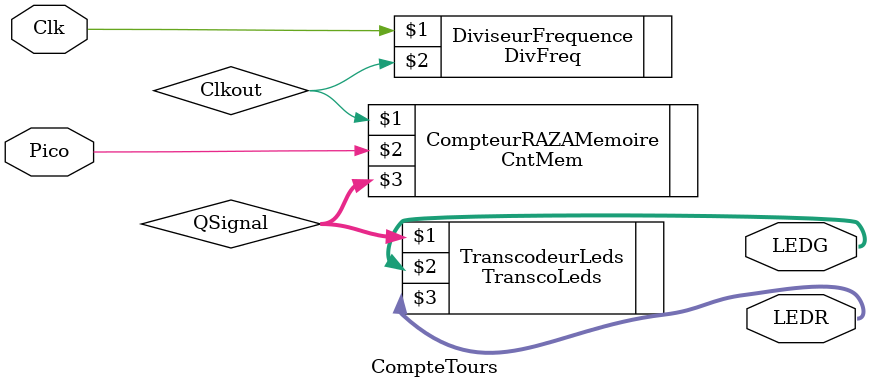
<source format=v>
module CompteTours (Pico, Clk, LEDG, LEDR);

input Pico, Clk;

output [7:0] LEDG;
output [9:0] LEDR;

wire Clkout;
wire [8:0] QSignal;

DivFreq#(50000000, 25000000, 0, 32) DiviseurFrequence (Clk, Clkout);
CntMem CompteurRAZAMemoire (Clkout, Pico, QSignal);
TranscoLeds#(1)TranscodeurLeds (QSignal, LEDG, LEDR);

endmodule


</source>
